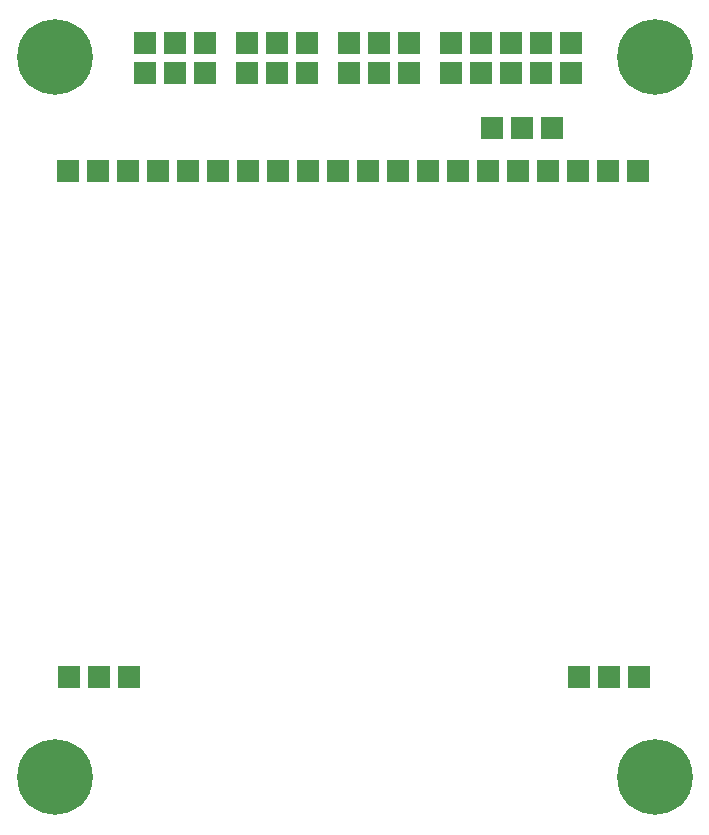
<source format=gbr>
%TF.GenerationSoftware,KiCad,Pcbnew,6.0.11+dfsg-1~bpo11+1*%
%TF.CreationDate,2023-05-25T08:22:36+00:00*%
%TF.ProjectId,OLED01,4f4c4544-3031-42e6-9b69-6361645f7063,rev?*%
%TF.SameCoordinates,PX72ba1e0PY737d6e0*%
%TF.FileFunction,Soldermask,Top*%
%TF.FilePolarity,Negative*%
%FSLAX46Y46*%
G04 Gerber Fmt 4.6, Leading zero omitted, Abs format (unit mm)*
G04 Created by KiCad (PCBNEW 6.0.11+dfsg-1~bpo11+1) date 2023-05-25 08:22:36*
%MOMM*%
%LPD*%
G01*
G04 APERTURE LIST*
G04 Aperture macros list*
%AMRoundRect*
0 Rectangle with rounded corners*
0 $1 Rounding radius*
0 $2 $3 $4 $5 $6 $7 $8 $9 X,Y pos of 4 corners*
0 Add a 4 corners polygon primitive as box body*
4,1,4,$2,$3,$4,$5,$6,$7,$8,$9,$2,$3,0*
0 Add four circle primitives for the rounded corners*
1,1,$1+$1,$2,$3*
1,1,$1+$1,$4,$5*
1,1,$1+$1,$6,$7*
1,1,$1+$1,$8,$9*
0 Add four rect primitives between the rounded corners*
20,1,$1+$1,$2,$3,$4,$5,0*
20,1,$1+$1,$4,$5,$6,$7,0*
20,1,$1+$1,$6,$7,$8,$9,0*
20,1,$1+$1,$8,$9,$2,$3,0*%
G04 Aperture macros list end*
%ADD10C,6.400000*%
%ADD11RoundRect,0.200000X0.762000X-0.762000X0.762000X0.762000X-0.762000X0.762000X-0.762000X-0.762000X0*%
%ADD12RoundRect,0.200000X-0.762000X0.762000X-0.762000X-0.762000X0.762000X-0.762000X0.762000X0.762000X0*%
G04 APERTURE END LIST*
D10*
%TO.C,H2*%
X50800000Y0D03*
%TD*%
%TO.C,H4*%
X0Y0D03*
%TD*%
D11*
%TO.C,J6*%
X33520000Y59630000D03*
X33520000Y62170000D03*
X36060000Y59630000D03*
X36060000Y62170000D03*
X38600000Y59630000D03*
X38600000Y62170000D03*
X41140000Y59630000D03*
X41140000Y62170000D03*
X43680000Y59630000D03*
X43680000Y62170000D03*
%TD*%
%TO.C,J5*%
X37060000Y55000000D03*
X39600000Y55000000D03*
X42140000Y55000000D03*
%TD*%
D12*
%TO.C,J4*%
X12740000Y62170000D03*
X12740000Y59630000D03*
X10200000Y62170000D03*
X10200000Y59630000D03*
X7660000Y62170000D03*
X7660000Y59630000D03*
%TD*%
D10*
%TO.C,H3*%
X0Y60960000D03*
%TD*%
%TO.C,H1*%
X50800000Y60960000D03*
%TD*%
D11*
%TO.C,DISP1*%
X1170000Y8500000D03*
X3710000Y8500000D03*
X6250000Y8500000D03*
X44350000Y8500000D03*
X46890000Y8500000D03*
X49430000Y8500000D03*
X49420000Y51300000D03*
X46880000Y51300000D03*
X44340000Y51300000D03*
X41800000Y51300000D03*
X39260000Y51300000D03*
X36720000Y51300000D03*
X34180000Y51300000D03*
X31640000Y51300000D03*
X29100000Y51300000D03*
X26560000Y51300000D03*
X24020000Y51300000D03*
X21480000Y51300000D03*
X18940000Y51300000D03*
X16400000Y51300000D03*
X13860000Y51300000D03*
X11320000Y51300000D03*
X8780000Y51300000D03*
X6240000Y51300000D03*
X3700000Y51300000D03*
X1160000Y51300000D03*
%TD*%
D12*
%TO.C,J2*%
X29980000Y62170000D03*
X29980000Y59630000D03*
X27440000Y62170000D03*
X27440000Y59630000D03*
X24900000Y62170000D03*
X24900000Y59630000D03*
%TD*%
D11*
%TO.C,J3*%
X16280000Y59630000D03*
X16280000Y62170000D03*
X18820000Y59630000D03*
X18820000Y62170000D03*
X21360000Y59630000D03*
X21360000Y62170000D03*
%TD*%
M02*

</source>
